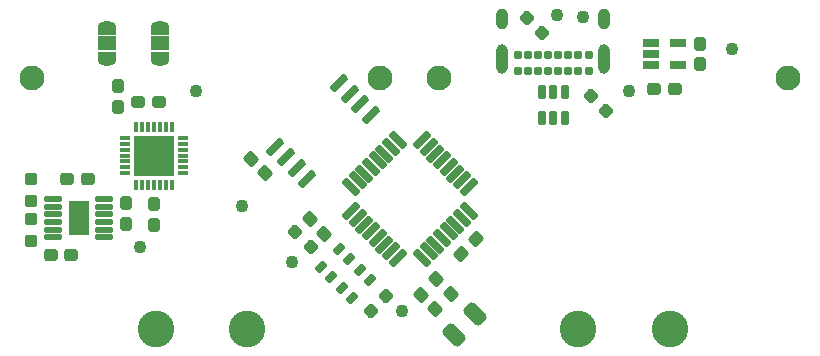
<source format=gbr>
%TF.GenerationSoftware,KiCad,Pcbnew,(6.0.11-0)*%
%TF.CreationDate,2023-04-11T08:14:18-04:00*%
%TF.ProjectId,SLAPS_Solar_Harvester,534c4150-535f-4536-9f6c-61725f486172,rev?*%
%TF.SameCoordinates,Original*%
%TF.FileFunction,Soldermask,Bot*%
%TF.FilePolarity,Negative*%
%FSLAX46Y46*%
G04 Gerber Fmt 4.6, Leading zero omitted, Abs format (unit mm)*
G04 Created by KiCad (PCBNEW (6.0.11-0)) date 2023-04-11 08:14:18*
%MOMM*%
%LPD*%
G01*
G04 APERTURE LIST*
G04 Aperture macros list*
%AMRoundRect*
0 Rectangle with rounded corners*
0 $1 Rounding radius*
0 $2 $3 $4 $5 $6 $7 $8 $9 X,Y pos of 4 corners*
0 Add a 4 corners polygon primitive as box body*
4,1,4,$2,$3,$4,$5,$6,$7,$8,$9,$2,$3,0*
0 Add four circle primitives for the rounded corners*
1,1,$1+$1,$2,$3*
1,1,$1+$1,$4,$5*
1,1,$1+$1,$6,$7*
1,1,$1+$1,$8,$9*
0 Add four rect primitives between the rounded corners*
20,1,$1+$1,$2,$3,$4,$5,0*
20,1,$1+$1,$4,$5,$6,$7,0*
20,1,$1+$1,$6,$7,$8,$9,0*
20,1,$1+$1,$8,$9,$2,$3,0*%
%AMFreePoly0*
4,1,37,0.585921,0.785921,0.600800,0.750000,0.600800,-0.750000,0.585921,-0.785921,0.550000,-0.800800,0.000000,-0.800800,-0.012526,-0.795612,-0.080872,-0.794359,-0.095090,-0.792057,-0.230405,-0.749782,-0.243405,-0.743581,-0.361415,-0.665026,-0.372153,-0.655426,-0.463373,-0.546907,-0.470984,-0.534678,-0.528079,-0.404919,-0.531952,-0.391047,-0.549535,-0.256587,-0.548147,-0.256405,-0.550800,-0.250000,
-0.550800,0.250000,-0.550314,0.251174,-0.550158,0.263925,-0.528347,0.404002,-0.524136,0.417775,-0.463888,0.546100,-0.455980,0.558139,-0.362136,0.664397,-0.351168,0.673732,-0.231273,0.749380,-0.218125,0.755261,-0.081818,0.794218,-0.067547,0.796173,-0.011991,0.795833,0.000000,0.800800,0.550000,0.800800,0.585921,0.785921,0.585921,0.785921,$1*%
%AMFreePoly1*
4,1,37,0.012350,0.795685,0.074215,0.795307,0.088460,0.793178,0.224281,0.752559,0.237356,0.746518,0.356318,0.669411,0.367173,0.659942,0.459711,0.552545,0.467470,0.540411,0.526147,0.411359,0.530190,0.397535,0.550287,0.257202,0.550800,0.250000,0.550800,-0.250000,0.550796,-0.250620,0.550647,-0.262836,0.549947,-0.270644,0.526427,-0.410445,0.522048,-0.424167,0.460236,-0.551746,
0.452182,-0.563686,0.357047,-0.668790,0.345965,-0.677991,0.225155,-0.752168,0.211936,-0.757888,0.075163,-0.795177,0.060870,-0.796957,0.011464,-0.796051,0.000000,-0.800800,-0.550000,-0.800800,-0.585921,-0.785921,-0.600800,-0.750000,-0.600800,0.750000,-0.585921,0.785921,-0.550000,0.800800,0.000000,0.800800,0.012350,0.795685,0.012350,0.795685,$1*%
G04 Aperture macros list end*
%ADD10C,2.101600*%
%ADD11C,0.771600*%
%ADD12O,1.001600X1.801600*%
%ADD13O,1.001600X2.501600*%
%ADD14C,3.101600*%
%ADD15RoundRect,0.288300X0.344715X-0.008839X-0.008839X0.344715X-0.344715X0.008839X0.008839X-0.344715X0*%
%ADD16RoundRect,0.288300X0.237500X-0.300000X0.237500X0.300000X-0.237500X0.300000X-0.237500X-0.300000X0*%
%ADD17RoundRect,0.325800X-0.282843X0.671751X-0.671751X0.282843X0.282843X-0.671751X0.671751X-0.282843X0*%
%ADD18RoundRect,0.050800X-0.371231X-0.760140X0.760140X0.371231X0.371231X0.760140X-0.760140X-0.371231X0*%
%ADD19RoundRect,0.050800X-0.760140X0.371231X0.371231X-0.760140X0.760140X-0.371231X-0.371231X0.760140X0*%
%ADD20C,1.101600*%
%ADD21RoundRect,0.288300X0.237500X-0.250000X0.237500X0.250000X-0.237500X0.250000X-0.237500X-0.250000X0*%
%ADD22RoundRect,0.200800X-0.512500X-0.150000X0.512500X-0.150000X0.512500X0.150000X-0.512500X0.150000X0*%
%ADD23FreePoly0,270.000000*%
%ADD24RoundRect,0.050800X-0.750000X0.500000X-0.750000X-0.500000X0.750000X-0.500000X0.750000X0.500000X0*%
%ADD25FreePoly1,270.000000*%
%ADD26RoundRect,0.288300X-0.380070X0.044194X0.044194X-0.380070X0.380070X-0.044194X-0.044194X0.380070X0*%
%ADD27RoundRect,0.200800X0.353553X0.565685X-0.565685X-0.353553X-0.353553X-0.565685X0.565685X0.353553X0*%
%ADD28RoundRect,0.288300X-0.300000X-0.237500X0.300000X-0.237500X0.300000X0.237500X-0.300000X0.237500X0*%
%ADD29RoundRect,0.288300X-0.344715X0.008839X0.008839X-0.344715X0.344715X-0.008839X-0.008839X0.344715X0*%
%ADD30RoundRect,0.150800X-0.625000X-0.100000X0.625000X-0.100000X0.625000X0.100000X-0.625000X0.100000X0*%
%ADD31RoundRect,0.050800X-0.825000X-1.425000X0.825000X-1.425000X0.825000X1.425000X-0.825000X1.425000X0*%
%ADD32RoundRect,0.213300X0.162500X-0.367500X0.162500X0.367500X-0.162500X0.367500X-0.162500X-0.367500X0*%
%ADD33RoundRect,0.288300X-0.008839X-0.344715X0.344715X0.008839X0.008839X0.344715X-0.344715X-0.008839X0*%
%ADD34RoundRect,0.288300X0.287500X0.237500X-0.287500X0.237500X-0.287500X-0.237500X0.287500X-0.237500X0*%
%ADD35RoundRect,0.113300X-0.062500X0.337500X-0.062500X-0.337500X0.062500X-0.337500X0.062500X0.337500X0*%
%ADD36RoundRect,0.113300X-0.337500X0.062500X-0.337500X-0.062500X0.337500X-0.062500X0.337500X0.062500X0*%
%ADD37RoundRect,0.050800X-1.675000X1.675000X-1.675000X-1.675000X1.675000X-1.675000X1.675000X1.675000X0*%
%ADD38RoundRect,0.288300X-0.237500X0.300000X-0.237500X-0.300000X0.237500X-0.300000X0.237500X0.300000X0*%
%ADD39RoundRect,0.288300X0.380070X-0.044194X-0.044194X0.380070X-0.380070X0.044194X0.044194X-0.380070X0*%
%ADD40RoundRect,0.050800X-0.141421X-0.530330X0.530330X0.141421X0.141421X0.530330X-0.530330X-0.141421X0*%
%ADD41RoundRect,0.288300X-0.044194X-0.380070X0.380070X0.044194X0.044194X0.380070X-0.380070X-0.044194X0*%
G04 APERTURE END LIST*
D10*
%TO.C,J3*%
X159250000Y-96750000D03*
%TD*%
%TO.C,J2*%
X124750000Y-96750000D03*
%TD*%
D11*
%TO.C,J1*%
X171875000Y-96098579D03*
X171025000Y-96098579D03*
X170175000Y-96098579D03*
X169325000Y-96098579D03*
X168475000Y-96098579D03*
X167625000Y-96098579D03*
X166775000Y-96098579D03*
X165925000Y-96098579D03*
X165925000Y-94748579D03*
X166775000Y-94748579D03*
X167625000Y-94748579D03*
X168475000Y-94748579D03*
X169325000Y-94748579D03*
X170175000Y-94748579D03*
X171025000Y-94748579D03*
X171875000Y-94748579D03*
D12*
X164575000Y-91738579D03*
X173225000Y-91738579D03*
D13*
X173225000Y-95118579D03*
X164575000Y-95118579D03*
%TD*%
D14*
%TO.C,BT1*%
X135230000Y-118000000D03*
X143000000Y-118000000D03*
X178770000Y-118000000D03*
X171000000Y-118000000D03*
%TD*%
D10*
%TO.C,J5*%
X154250000Y-96750000D03*
%TD*%
%TO.C,J4*%
X188750000Y-96750000D03*
%TD*%
D15*
%TO.C,R1*%
X167945235Y-92945235D03*
X166654765Y-91654765D03*
%TD*%
D16*
%TO.C,CBOOST1*%
X132000000Y-99162500D03*
X132000000Y-97437500D03*
%TD*%
D17*
%TO.C,Y1*%
X160516117Y-118483883D03*
X162283883Y-116716117D03*
%TD*%
D18*
%TO.C,U1*%
X155724695Y-111985103D03*
X155159010Y-111419417D03*
X154593324Y-110853732D03*
X154027639Y-110288047D03*
X153461953Y-109722361D03*
X152896268Y-109156676D03*
X152330583Y-108590990D03*
X151764897Y-108025305D03*
D19*
X151764897Y-105974695D03*
X152330583Y-105409010D03*
X152896268Y-104843324D03*
X153461953Y-104277639D03*
X154027639Y-103711953D03*
X154593324Y-103146268D03*
X155159010Y-102580583D03*
X155724695Y-102014897D03*
D18*
X157775305Y-102014897D03*
X158340990Y-102580583D03*
X158906676Y-103146268D03*
X159472361Y-103711953D03*
X160038047Y-104277639D03*
X160603732Y-104843324D03*
X161169417Y-105409010D03*
X161735103Y-105974695D03*
D19*
X161735103Y-108025305D03*
X161169417Y-108590990D03*
X160603732Y-109156676D03*
X160038047Y-109722361D03*
X159472361Y-110288047D03*
X158906676Y-110853732D03*
X158340990Y-111419417D03*
X157775305Y-111985103D03*
%TD*%
D20*
%TO.C,TP5*%
X156100000Y-116500000D03*
%TD*%
%TO.C,TP15*%
X142500000Y-107600000D03*
%TD*%
D21*
%TO.C,R6*%
X124700000Y-107112500D03*
X124700000Y-105287500D03*
%TD*%
D22*
%TO.C,U7*%
X177162500Y-95650000D03*
X177162500Y-94700000D03*
X177162500Y-93750000D03*
X179437500Y-93750000D03*
X179437500Y-95650000D03*
%TD*%
D21*
%TO.C,R5*%
X124700000Y-110512500D03*
X124700000Y-108687500D03*
%TD*%
D20*
%TO.C,TP7*%
X184000000Y-94300000D03*
%TD*%
D23*
%TO.C,JP2*%
X135600000Y-92500000D03*
D24*
X135600000Y-93800000D03*
D25*
X135600000Y-95100000D03*
%TD*%
D26*
%TO.C,C2*%
X143290120Y-103590120D03*
X144509880Y-104809880D03*
%TD*%
D27*
%TO.C,U4*%
X150747038Y-97158885D03*
X151645064Y-98056910D03*
X152543090Y-98954936D03*
X153441115Y-99852962D03*
X148052962Y-105241115D03*
X147154936Y-104343090D03*
X146256910Y-103445064D03*
X145358885Y-102547038D03*
%TD*%
D20*
%TO.C,TP1*%
X175300000Y-97800000D03*
%TD*%
D28*
%TO.C,C6*%
X126337500Y-111700000D03*
X128062500Y-111700000D03*
%TD*%
D29*
%TO.C,R4*%
X147054765Y-109754765D03*
X148345235Y-111045235D03*
%TD*%
D20*
%TO.C,TP9*%
X133900000Y-111000000D03*
%TD*%
D23*
%TO.C,JP1*%
X131100000Y-92500000D03*
D24*
X131100000Y-93800000D03*
D25*
X131100000Y-95100000D03*
%TD*%
D16*
%TO.C,CBUCK1*%
X135100000Y-109162500D03*
X135100000Y-107437500D03*
%TD*%
D20*
%TO.C,TP6*%
X146800000Y-112300000D03*
%TD*%
D30*
%TO.C,U8*%
X126550000Y-110225000D03*
X126550000Y-109575000D03*
X126550000Y-108925000D03*
X126550000Y-108275000D03*
X126550000Y-107625000D03*
X126550000Y-106975000D03*
X130850000Y-106975000D03*
X130850000Y-107625000D03*
X130850000Y-108275000D03*
X130850000Y-108925000D03*
X130850000Y-109575000D03*
X130850000Y-110225000D03*
D31*
X128700000Y-108600000D03*
%TD*%
D32*
%TO.C,D2*%
X169850000Y-100100000D03*
X168900000Y-100100000D03*
X167950000Y-100100000D03*
X167950000Y-97900000D03*
X168900000Y-97900000D03*
X169850000Y-97900000D03*
%TD*%
D33*
%TO.C,R3*%
X153454765Y-116445235D03*
X154745235Y-115154765D03*
%TD*%
D34*
%TO.C,LBUCK1*%
X135475000Y-98800000D03*
X133725000Y-98800000D03*
%TD*%
D16*
%TO.C,C5*%
X181300000Y-95562500D03*
X181300000Y-93837500D03*
%TD*%
D26*
%TO.C,C9*%
X157690120Y-115090120D03*
X158909880Y-116309880D03*
%TD*%
D20*
%TO.C,TP8*%
X138600000Y-97800000D03*
%TD*%
%TO.C,TP2*%
X169200000Y-91400000D03*
%TD*%
D28*
%TO.C,C4*%
X177437500Y-97700000D03*
X179162500Y-97700000D03*
%TD*%
D20*
%TO.C,TP3*%
X171400000Y-91600000D03*
%TD*%
D35*
%TO.C,U3*%
X133600000Y-100850000D03*
X134100000Y-100850000D03*
X134600000Y-100850000D03*
X135100000Y-100850000D03*
X135600000Y-100850000D03*
X136100000Y-100850000D03*
X136600000Y-100850000D03*
D36*
X137550000Y-101800000D03*
X137550000Y-102300000D03*
X137550000Y-102800000D03*
X137550000Y-103300000D03*
X137550000Y-103800000D03*
X137550000Y-104300000D03*
X137550000Y-104800000D03*
D35*
X136600000Y-105750000D03*
X136100000Y-105750000D03*
X135600000Y-105750000D03*
X135100000Y-105750000D03*
X134600000Y-105750000D03*
X134100000Y-105750000D03*
X133600000Y-105750000D03*
D36*
X132650000Y-104800000D03*
X132650000Y-104300000D03*
X132650000Y-103800000D03*
X132650000Y-103300000D03*
X132650000Y-102800000D03*
X132650000Y-102300000D03*
X132650000Y-101800000D03*
D37*
X135100000Y-103300000D03*
%TD*%
D38*
%TO.C,C7*%
X132700000Y-107337500D03*
X132700000Y-109062500D03*
%TD*%
D39*
%TO.C,C3*%
X149509880Y-109909880D03*
X148290120Y-108690120D03*
%TD*%
D28*
%TO.C,CSRC1*%
X127737500Y-105300000D03*
X129462500Y-105300000D03*
%TD*%
D40*
%TO.C,U2*%
X151865685Y-115385965D03*
X150981802Y-114502082D03*
X150097918Y-113618198D03*
X149214035Y-112734315D03*
X150734315Y-111214035D03*
X151618198Y-112097918D03*
X152502082Y-112981802D03*
X153385965Y-113865685D03*
%TD*%
D29*
%TO.C,R2*%
X172054765Y-98254765D03*
X173345235Y-99545235D03*
%TD*%
D41*
%TO.C,C1*%
X161107277Y-111609880D03*
X162327037Y-110390120D03*
%TD*%
D26*
%TO.C,C8*%
X158990120Y-113790120D03*
X160209880Y-115009880D03*
%TD*%
M02*

</source>
